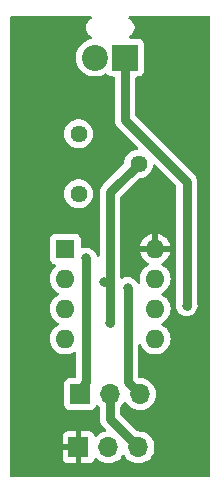
<source format=gbr>
%TF.GenerationSoftware,KiCad,Pcbnew,8.0.0*%
%TF.CreationDate,2025-07-08T12:20:57+05:30*%
%TF.ProjectId,Sensortech_flex,53656e73-6f72-4746-9563-685f666c6578,rev?*%
%TF.SameCoordinates,Original*%
%TF.FileFunction,Copper,L2,Bot*%
%TF.FilePolarity,Positive*%
%FSLAX46Y46*%
G04 Gerber Fmt 4.6, Leading zero omitted, Abs format (unit mm)*
G04 Created by KiCad (PCBNEW 8.0.0) date 2025-07-08 12:20:57*
%MOMM*%
%LPD*%
G01*
G04 APERTURE LIST*
%TA.AperFunction,ComponentPad*%
%ADD10R,2.200000X2.200000*%
%TD*%
%TA.AperFunction,ComponentPad*%
%ADD11C,2.200000*%
%TD*%
%TA.AperFunction,ComponentPad*%
%ADD12R,1.700000X1.700000*%
%TD*%
%TA.AperFunction,ComponentPad*%
%ADD13O,1.700000X1.700000*%
%TD*%
%TA.AperFunction,ComponentPad*%
%ADD14C,1.440000*%
%TD*%
%TA.AperFunction,ComponentPad*%
%ADD15R,1.600000X1.600000*%
%TD*%
%TA.AperFunction,ComponentPad*%
%ADD16O,1.600000X1.600000*%
%TD*%
%TA.AperFunction,ViaPad*%
%ADD17C,0.800000*%
%TD*%
%TA.AperFunction,Conductor*%
%ADD18C,0.750000*%
%TD*%
G04 APERTURE END LIST*
D10*
%TO.P,J1,1,Pin_1*%
%TO.N,A*%
X90770000Y-45000000D03*
D11*
%TO.P,J1,2,Pin_2*%
%TO.N,gnd*%
X88230000Y-45000000D03*
%TD*%
D12*
%TO.P,J2,1,Pin_1*%
%TO.N,Vcc*%
X86825000Y-78000000D03*
D13*
%TO.P,J2,2,Pin_2*%
%TO.N,gnd*%
X89365000Y-78000000D03*
%TO.P,J2,3,Pin_3*%
%TO.N,Do*%
X91905000Y-78000000D03*
%TD*%
D12*
%TO.P,J3,1,Pin_1*%
%TO.N,H*%
X86960000Y-73500000D03*
D13*
%TO.P,J3,2,Pin_2*%
%TO.N,Do*%
X89500000Y-73500000D03*
%TO.P,J3,3,Pin_3*%
%TO.N,L*%
X92040000Y-73500000D03*
%TD*%
D14*
%TO.P,RV1,1,1*%
%TO.N,Net-(R3-Pad1)*%
X86845000Y-56540000D03*
%TO.P,RV1,2,2*%
%TO.N,B*%
X91925000Y-54000000D03*
%TO.P,RV1,3,3*%
%TO.N,Net-(R2-Pad2)*%
X86845000Y-51460000D03*
%TD*%
D15*
%TO.P,U1,1*%
%TO.N,H*%
X85700000Y-61200000D03*
D16*
%TO.P,U1,2,-*%
%TO.N,B*%
X85700000Y-63740000D03*
%TO.P,U1,3,+*%
%TO.N,A*%
X85700000Y-66280000D03*
%TO.P,U1,4,V-*%
%TO.N,gnd*%
X85700000Y-68820000D03*
%TO.P,U1,5,+*%
%TO.N,B*%
X93320000Y-68820000D03*
%TO.P,U1,6,-*%
%TO.N,A*%
X93320000Y-66280000D03*
%TO.P,U1,7*%
%TO.N,L*%
X93320000Y-63740000D03*
%TO.P,U1,8,V+*%
%TO.N,Vcc*%
X93320000Y-61200000D03*
%TD*%
D17*
%TO.N,A*%
X96000000Y-66000000D03*
%TO.N,L*%
X91000000Y-64500000D03*
%TO.N,H*%
X87500000Y-62000000D03*
%TO.N,B*%
X89500000Y-67500000D03*
X89000000Y-64000000D03*
%TD*%
D18*
%TO.N,A*%
X90770000Y-44500000D02*
X90770000Y-50270000D01*
X90770000Y-50270000D02*
X96000000Y-55500000D01*
X96000000Y-55500000D02*
X96000000Y-66000000D01*
%TO.N,Do*%
X89500000Y-75595000D02*
X91905000Y-78000000D01*
X89500000Y-73500000D02*
X89500000Y-75595000D01*
%TO.N,L*%
X92040000Y-73500000D02*
X91000000Y-72460000D01*
X91000000Y-72460000D02*
X91000000Y-64500000D01*
%TO.N,H*%
X87500000Y-72500000D02*
X87500000Y-62000000D01*
X86960000Y-73500000D02*
X86960000Y-73040000D01*
X86960000Y-73040000D02*
X87500000Y-72500000D01*
%TO.N,B*%
X91925000Y-54000000D02*
X89500000Y-56425000D01*
X89500000Y-56425000D02*
X89500000Y-64000000D01*
X89500000Y-64000000D02*
X89000000Y-64000000D01*
X89500000Y-64000000D02*
X89500000Y-67500000D01*
%TD*%
%TA.AperFunction,Conductor*%
%TO.N,Vcc*%
G36*
X87898279Y-41520185D02*
G01*
X87944034Y-41572989D01*
X87953978Y-41642147D01*
X87924953Y-41705703D01*
X87878692Y-41739061D01*
X87850827Y-41750602D01*
X87850814Y-41750609D01*
X87719711Y-41838210D01*
X87719707Y-41838213D01*
X87608213Y-41949707D01*
X87608210Y-41949711D01*
X87520609Y-42080814D01*
X87520602Y-42080827D01*
X87460264Y-42226498D01*
X87460261Y-42226510D01*
X87429500Y-42381153D01*
X87429500Y-42538846D01*
X87460261Y-42693489D01*
X87460264Y-42693501D01*
X87520602Y-42839172D01*
X87520609Y-42839185D01*
X87608210Y-42970288D01*
X87608213Y-42970292D01*
X87719707Y-43081786D01*
X87719711Y-43081789D01*
X87850814Y-43169390D01*
X87850827Y-43169397D01*
X87917750Y-43197117D01*
X87972154Y-43240957D01*
X87994219Y-43307251D01*
X87976940Y-43374951D01*
X87925803Y-43422562D01*
X87890709Y-43433987D01*
X87835750Y-43443158D01*
X87584887Y-43529280D01*
X87584876Y-43529285D01*
X87351611Y-43655521D01*
X87351606Y-43655524D01*
X87142298Y-43818436D01*
X86962652Y-44013584D01*
X86817576Y-44235639D01*
X86711031Y-44478539D01*
X86645918Y-44735667D01*
X86624015Y-44999994D01*
X86624015Y-45000005D01*
X86645918Y-45264332D01*
X86645918Y-45264335D01*
X86645919Y-45264336D01*
X86711032Y-45521462D01*
X86817578Y-45764364D01*
X86962652Y-45986416D01*
X87142296Y-46181562D01*
X87158405Y-46194100D01*
X87341371Y-46336509D01*
X87351609Y-46344477D01*
X87584883Y-46470718D01*
X87835754Y-46556842D01*
X88097379Y-46600500D01*
X88097380Y-46600500D01*
X88362620Y-46600500D01*
X88362621Y-46600500D01*
X88624246Y-46556842D01*
X88875117Y-46470718D01*
X89099349Y-46349369D01*
X89167677Y-46334775D01*
X89233049Y-46359438D01*
X89258136Y-46384791D01*
X89312095Y-46457904D01*
X89372793Y-46502701D01*
X89433491Y-46547498D01*
X89460192Y-46556841D01*
X89575892Y-46597327D01*
X89575896Y-46597327D01*
X89575900Y-46597329D01*
X89592808Y-46598914D01*
X89609712Y-46600500D01*
X89609716Y-46600500D01*
X89770500Y-46600500D01*
X89837539Y-46620185D01*
X89883294Y-46672989D01*
X89894500Y-46724500D01*
X89894500Y-50356233D01*
X89928143Y-50525366D01*
X89928146Y-50525378D01*
X89994138Y-50684698D01*
X89994145Y-50684711D01*
X90089954Y-50828098D01*
X90089957Y-50828102D01*
X91838875Y-52577019D01*
X91872360Y-52638342D01*
X91867376Y-52708034D01*
X91825504Y-52763967D01*
X91773979Y-52786589D01*
X91701311Y-52800172D01*
X91589563Y-52821062D01*
X91589560Y-52821062D01*
X91589560Y-52821063D01*
X91378648Y-52902770D01*
X91378642Y-52902773D01*
X91186334Y-53021845D01*
X91186332Y-53021847D01*
X91019176Y-53174229D01*
X90882864Y-53354736D01*
X90782046Y-53557205D01*
X90782041Y-53557218D01*
X90720141Y-53774772D01*
X90704669Y-53941736D01*
X90678883Y-54006673D01*
X90668879Y-54017975D01*
X89367356Y-55319500D01*
X88941901Y-55744955D01*
X88880927Y-55805929D01*
X88819953Y-55866902D01*
X88724145Y-56010288D01*
X88724138Y-56010301D01*
X88658146Y-56169621D01*
X88658143Y-56169633D01*
X88624500Y-56338766D01*
X88624500Y-61757342D01*
X88604815Y-61824381D01*
X88552011Y-61870136D01*
X88482853Y-61880080D01*
X88419297Y-61851055D01*
X88383458Y-61798296D01*
X88316456Y-61606815D01*
X88295046Y-61572741D01*
X88208494Y-61434995D01*
X88065005Y-61291506D01*
X88003184Y-61252661D01*
X87893184Y-61183543D01*
X87701645Y-61116521D01*
X87701639Y-61116520D01*
X87500004Y-61093802D01*
X87499996Y-61093802D01*
X87298360Y-61116520D01*
X87298354Y-61116521D01*
X87165454Y-61163025D01*
X87095675Y-61166586D01*
X87035048Y-61131857D01*
X87002821Y-61069863D01*
X87000500Y-61045983D01*
X87000500Y-60339711D01*
X86997329Y-60305904D01*
X86997329Y-60305900D01*
X86997327Y-60305896D01*
X86997327Y-60305892D01*
X86947498Y-60163492D01*
X86947498Y-60163491D01*
X86902701Y-60102793D01*
X86857904Y-60042095D01*
X86775660Y-59981397D01*
X86736509Y-59952502D01*
X86736507Y-59952501D01*
X86594107Y-59902672D01*
X86594095Y-59902670D01*
X86560288Y-59899500D01*
X86560284Y-59899500D01*
X84839716Y-59899500D01*
X84839712Y-59899500D01*
X84805904Y-59902670D01*
X84805892Y-59902672D01*
X84663492Y-59952501D01*
X84542095Y-60042095D01*
X84452501Y-60163492D01*
X84402672Y-60305892D01*
X84402670Y-60305904D01*
X84399500Y-60339711D01*
X84399500Y-62060288D01*
X84402670Y-62094095D01*
X84402672Y-62094107D01*
X84440319Y-62201693D01*
X84452502Y-62236509D01*
X84459149Y-62245515D01*
X84542095Y-62357904D01*
X84602793Y-62402701D01*
X84663491Y-62447498D01*
X84706849Y-62462669D01*
X84805892Y-62497327D01*
X84805896Y-62497328D01*
X84805897Y-62497328D01*
X84805900Y-62497329D01*
X84823072Y-62498939D01*
X84887978Y-62524794D01*
X84928605Y-62581638D01*
X84932050Y-62651423D01*
X84897220Y-62711992D01*
X84895034Y-62714034D01*
X84734801Y-62860106D01*
X84589556Y-63052441D01*
X84482129Y-63268182D01*
X84482124Y-63268195D01*
X84416166Y-63500010D01*
X84393929Y-63739999D01*
X84393929Y-63740000D01*
X84416166Y-63979989D01*
X84482124Y-64211804D01*
X84482129Y-64211817D01*
X84589556Y-64427558D01*
X84734803Y-64619896D01*
X84872601Y-64745515D01*
X84912916Y-64782267D01*
X85110447Y-64904573D01*
X85157082Y-64956601D01*
X85168186Y-65025583D01*
X85140233Y-65089617D01*
X85110447Y-65115427D01*
X84912914Y-65237734D01*
X84734803Y-65400103D01*
X84589556Y-65592441D01*
X84482129Y-65808182D01*
X84482124Y-65808195D01*
X84416166Y-66040010D01*
X84393929Y-66279999D01*
X84393929Y-66280000D01*
X84416166Y-66519989D01*
X84482124Y-66751804D01*
X84482129Y-66751817D01*
X84589556Y-66967558D01*
X84734803Y-67159896D01*
X84861672Y-67275552D01*
X84912916Y-67322267D01*
X85110447Y-67444573D01*
X85157082Y-67496601D01*
X85168186Y-67565583D01*
X85140233Y-67629617D01*
X85110447Y-67655427D01*
X84912914Y-67777734D01*
X84734803Y-67940103D01*
X84589556Y-68132441D01*
X84482129Y-68348182D01*
X84482124Y-68348195D01*
X84416166Y-68580010D01*
X84393929Y-68819999D01*
X84393929Y-68820000D01*
X84416166Y-69059989D01*
X84482124Y-69291804D01*
X84482129Y-69291817D01*
X84589556Y-69507558D01*
X84734803Y-69699896D01*
X84888029Y-69839580D01*
X84912916Y-69862267D01*
X85117834Y-69989147D01*
X85342577Y-70076213D01*
X85579491Y-70120500D01*
X85579493Y-70120500D01*
X85820507Y-70120500D01*
X85820509Y-70120500D01*
X86057423Y-70076213D01*
X86282166Y-69989147D01*
X86435223Y-69894377D01*
X86502583Y-69875822D01*
X86569282Y-69896630D01*
X86614144Y-69950196D01*
X86624500Y-69999805D01*
X86624500Y-72025500D01*
X86604815Y-72092539D01*
X86552011Y-72138294D01*
X86500500Y-72149500D01*
X86049712Y-72149500D01*
X86015904Y-72152670D01*
X86015892Y-72152672D01*
X85873492Y-72202501D01*
X85752095Y-72292095D01*
X85662501Y-72413492D01*
X85612672Y-72555892D01*
X85612670Y-72555904D01*
X85609500Y-72589711D01*
X85609500Y-74410288D01*
X85612670Y-74444095D01*
X85612672Y-74444107D01*
X85662501Y-74586507D01*
X85752095Y-74707904D01*
X85812793Y-74752701D01*
X85873491Y-74797498D01*
X85916849Y-74812669D01*
X86015892Y-74847327D01*
X86015896Y-74847327D01*
X86015900Y-74847329D01*
X86032808Y-74848914D01*
X86049712Y-74850500D01*
X86049716Y-74850500D01*
X87870288Y-74850500D01*
X87885313Y-74849090D01*
X87904100Y-74847329D01*
X87904104Y-74847327D01*
X87904107Y-74847327D01*
X87959791Y-74827841D01*
X88046509Y-74797498D01*
X88167904Y-74707904D01*
X88257498Y-74586509D01*
X88300960Y-74462300D01*
X88341680Y-74405528D01*
X88406632Y-74379780D01*
X88475194Y-74393236D01*
X88505681Y-74415577D01*
X88588181Y-74498077D01*
X88621666Y-74559400D01*
X88624500Y-74585758D01*
X88624500Y-75681233D01*
X88658143Y-75850366D01*
X88658146Y-75850378D01*
X88724138Y-76009698D01*
X88724145Y-76009711D01*
X88819954Y-76153098D01*
X88819957Y-76153102D01*
X89137194Y-76470338D01*
X89170679Y-76531661D01*
X89165695Y-76601352D01*
X89123824Y-76657286D01*
X89081606Y-76677794D01*
X88901344Y-76726094D01*
X88901335Y-76726098D01*
X88687171Y-76825964D01*
X88687169Y-76825965D01*
X88493600Y-76961503D01*
X88370289Y-77084814D01*
X88308966Y-77118298D01*
X88239274Y-77113314D01*
X88183341Y-77071442D01*
X88165567Y-77038087D01*
X88122051Y-76913728D01*
X88032546Y-76792453D01*
X87911272Y-76702949D01*
X87769010Y-76653168D01*
X87769001Y-76653166D01*
X87735236Y-76650000D01*
X87075000Y-76650000D01*
X87075000Y-77566988D01*
X87017993Y-77534075D01*
X86890826Y-77500000D01*
X86759174Y-77500000D01*
X86632007Y-77534075D01*
X86575000Y-77566988D01*
X86575000Y-76650000D01*
X85914764Y-76650000D01*
X85880998Y-76653166D01*
X85880989Y-76653168D01*
X85738727Y-76702949D01*
X85617453Y-76792453D01*
X85527949Y-76913727D01*
X85478168Y-77055989D01*
X85478166Y-77055998D01*
X85475000Y-77089763D01*
X85475000Y-77750000D01*
X86391988Y-77750000D01*
X86359075Y-77807007D01*
X86325000Y-77934174D01*
X86325000Y-78065826D01*
X86359075Y-78192993D01*
X86391988Y-78250000D01*
X85475000Y-78250000D01*
X85475000Y-78910236D01*
X85478166Y-78944001D01*
X85478168Y-78944010D01*
X85527949Y-79086272D01*
X85617453Y-79207546D01*
X85738727Y-79297050D01*
X85880989Y-79346831D01*
X85880998Y-79346833D01*
X85914764Y-79350000D01*
X86575000Y-79350000D01*
X86575000Y-78433012D01*
X86632007Y-78465925D01*
X86759174Y-78500000D01*
X86890826Y-78500000D01*
X87017993Y-78465925D01*
X87075000Y-78433012D01*
X87075000Y-79350000D01*
X87735236Y-79350000D01*
X87769001Y-79346833D01*
X87769010Y-79346831D01*
X87911272Y-79297050D01*
X88032546Y-79207546D01*
X88122051Y-79086271D01*
X88165568Y-78961912D01*
X88206290Y-78905136D01*
X88271243Y-78879389D01*
X88339804Y-78892846D01*
X88370290Y-78915186D01*
X88493599Y-79038495D01*
X88561830Y-79086271D01*
X88687165Y-79174032D01*
X88687167Y-79174033D01*
X88687170Y-79174035D01*
X88901337Y-79273903D01*
X89129592Y-79335063D01*
X89300319Y-79350000D01*
X89364999Y-79355659D01*
X89365000Y-79355659D01*
X89365001Y-79355659D01*
X89429681Y-79350000D01*
X89600408Y-79335063D01*
X89828663Y-79273903D01*
X90042830Y-79174035D01*
X90236401Y-79038495D01*
X90403495Y-78871401D01*
X90533425Y-78685842D01*
X90588002Y-78642217D01*
X90657500Y-78635023D01*
X90719855Y-78666546D01*
X90736575Y-78685842D01*
X90866500Y-78871395D01*
X90866505Y-78871401D01*
X91033599Y-79038495D01*
X91101830Y-79086271D01*
X91227165Y-79174032D01*
X91227167Y-79174033D01*
X91227170Y-79174035D01*
X91441337Y-79273903D01*
X91669592Y-79335063D01*
X91840319Y-79350000D01*
X91904999Y-79355659D01*
X91905000Y-79355659D01*
X91905001Y-79355659D01*
X91969681Y-79350000D01*
X92140408Y-79335063D01*
X92368663Y-79273903D01*
X92582830Y-79174035D01*
X92776401Y-79038495D01*
X92943495Y-78871401D01*
X93079035Y-78677830D01*
X93178903Y-78463663D01*
X93240063Y-78235408D01*
X93260659Y-78000000D01*
X93240063Y-77764592D01*
X93178903Y-77536337D01*
X93079035Y-77322171D01*
X92943495Y-77128599D01*
X92943494Y-77128597D01*
X92776402Y-76961506D01*
X92776395Y-76961501D01*
X92582834Y-76825967D01*
X92582830Y-76825965D01*
X92510963Y-76792453D01*
X92368663Y-76726097D01*
X92368659Y-76726096D01*
X92368655Y-76726094D01*
X92140413Y-76664938D01*
X92140403Y-76664936D01*
X91905001Y-76644341D01*
X91904996Y-76644341D01*
X91854539Y-76648755D01*
X91786039Y-76634988D01*
X91756052Y-76612908D01*
X90411819Y-75268675D01*
X90378334Y-75207352D01*
X90375500Y-75180994D01*
X90375500Y-74585758D01*
X90395185Y-74518719D01*
X90411819Y-74498077D01*
X90465801Y-74444095D01*
X90538495Y-74371401D01*
X90668425Y-74185842D01*
X90723002Y-74142217D01*
X90792500Y-74135023D01*
X90854855Y-74166546D01*
X90871575Y-74185842D01*
X91001500Y-74371395D01*
X91001505Y-74371401D01*
X91168599Y-74538495D01*
X91237167Y-74586507D01*
X91362165Y-74674032D01*
X91362167Y-74674033D01*
X91362170Y-74674035D01*
X91576337Y-74773903D01*
X91804592Y-74835063D01*
X91981034Y-74850500D01*
X92039999Y-74855659D01*
X92040000Y-74855659D01*
X92040001Y-74855659D01*
X92098966Y-74850500D01*
X92275408Y-74835063D01*
X92503663Y-74773903D01*
X92717830Y-74674035D01*
X92911401Y-74538495D01*
X93078495Y-74371401D01*
X93214035Y-74177830D01*
X93313903Y-73963663D01*
X93375063Y-73735408D01*
X93395659Y-73500000D01*
X93375063Y-73264592D01*
X93313903Y-73036337D01*
X93214035Y-72822171D01*
X93167264Y-72755374D01*
X93078494Y-72628597D01*
X92911402Y-72461506D01*
X92911395Y-72461501D01*
X92717834Y-72325967D01*
X92717830Y-72325965D01*
X92645198Y-72292096D01*
X92503663Y-72226097D01*
X92503659Y-72226096D01*
X92503655Y-72226094D01*
X92275413Y-72164938D01*
X92275403Y-72164936D01*
X92040001Y-72144341D01*
X92039995Y-72144341D01*
X92010305Y-72146938D01*
X91941805Y-72133170D01*
X91891623Y-72084554D01*
X91875500Y-72023410D01*
X91875500Y-69363899D01*
X91895185Y-69296860D01*
X91947989Y-69251105D01*
X92017147Y-69241161D01*
X92080703Y-69270186D01*
X92110500Y-69308627D01*
X92209556Y-69507558D01*
X92354803Y-69699896D01*
X92508029Y-69839580D01*
X92532916Y-69862267D01*
X92737834Y-69989147D01*
X92962577Y-70076213D01*
X93199491Y-70120500D01*
X93199493Y-70120500D01*
X93440507Y-70120500D01*
X93440509Y-70120500D01*
X93677423Y-70076213D01*
X93902166Y-69989147D01*
X94107084Y-69862267D01*
X94285198Y-69699894D01*
X94430444Y-69507558D01*
X94537875Y-69291807D01*
X94603833Y-69059990D01*
X94626071Y-68820000D01*
X94603833Y-68580010D01*
X94537875Y-68348193D01*
X94529499Y-68331372D01*
X94438688Y-68148999D01*
X94430444Y-68132442D01*
X94285198Y-67940106D01*
X94285196Y-67940103D01*
X94107084Y-67777733D01*
X94107082Y-67777731D01*
X93909553Y-67655427D01*
X93862917Y-67603399D01*
X93851813Y-67534418D01*
X93879766Y-67470383D01*
X93909553Y-67444573D01*
X94012521Y-67380818D01*
X94107084Y-67322267D01*
X94285198Y-67159894D01*
X94430444Y-66967558D01*
X94537875Y-66751807D01*
X94603833Y-66519990D01*
X94626071Y-66280000D01*
X94618810Y-66201645D01*
X94603833Y-66040010D01*
X94546385Y-65838104D01*
X94537875Y-65808193D01*
X94532975Y-65798353D01*
X94485512Y-65703034D01*
X94430444Y-65592442D01*
X94285198Y-65400106D01*
X94285196Y-65400103D01*
X94107084Y-65237733D01*
X94107082Y-65237731D01*
X93909553Y-65115427D01*
X93862917Y-65063399D01*
X93851813Y-64994418D01*
X93879766Y-64930383D01*
X93909553Y-64904573D01*
X94107084Y-64782267D01*
X94285198Y-64619894D01*
X94430444Y-64427558D01*
X94537875Y-64211807D01*
X94603833Y-63979990D01*
X94626071Y-63740000D01*
X94603833Y-63500010D01*
X94537875Y-63268193D01*
X94518120Y-63228520D01*
X94456066Y-63103899D01*
X94430444Y-63052442D01*
X94285198Y-62860106D01*
X94285196Y-62860103D01*
X94107085Y-62697734D01*
X94107084Y-62697733D01*
X93909077Y-62575132D01*
X93862442Y-62523104D01*
X93851338Y-62454122D01*
X93879291Y-62390088D01*
X93909078Y-62364278D01*
X94106779Y-62241868D01*
X94106781Y-62241866D01*
X94284825Y-62079558D01*
X94430016Y-61887294D01*
X94537406Y-61671627D01*
X94537409Y-61671621D01*
X94600465Y-61450000D01*
X93635686Y-61450000D01*
X93640080Y-61445606D01*
X93692741Y-61354394D01*
X93720000Y-61252661D01*
X93720000Y-61147339D01*
X93692741Y-61045606D01*
X93640080Y-60954394D01*
X93635686Y-60950000D01*
X94600465Y-60950000D01*
X94600465Y-60949999D01*
X94537409Y-60728378D01*
X94537406Y-60728372D01*
X94430016Y-60512705D01*
X94284825Y-60320441D01*
X94106781Y-60158133D01*
X94106779Y-60158131D01*
X93901945Y-60031304D01*
X93901939Y-60031301D01*
X93677285Y-59944270D01*
X93677275Y-59944267D01*
X93570001Y-59924213D01*
X93570000Y-59924214D01*
X93570000Y-60884314D01*
X93565606Y-60879920D01*
X93474394Y-60827259D01*
X93372661Y-60800000D01*
X93267339Y-60800000D01*
X93165606Y-60827259D01*
X93074394Y-60879920D01*
X93070000Y-60884314D01*
X93070000Y-59924214D01*
X93069998Y-59924213D01*
X92962724Y-59944267D01*
X92962714Y-59944270D01*
X92738060Y-60031301D01*
X92738054Y-60031304D01*
X92533220Y-60158131D01*
X92533218Y-60158133D01*
X92355174Y-60320441D01*
X92209983Y-60512705D01*
X92102593Y-60728372D01*
X92102590Y-60728378D01*
X92039534Y-60949999D01*
X92039535Y-60950000D01*
X93004314Y-60950000D01*
X92999920Y-60954394D01*
X92947259Y-61045606D01*
X92920000Y-61147339D01*
X92920000Y-61252661D01*
X92947259Y-61354394D01*
X92999920Y-61445606D01*
X93004314Y-61450000D01*
X92039534Y-61450000D01*
X92102590Y-61671621D01*
X92102593Y-61671627D01*
X92209983Y-61887294D01*
X92355174Y-62079558D01*
X92533218Y-62241866D01*
X92533220Y-62241868D01*
X92730921Y-62364278D01*
X92777557Y-62416305D01*
X92788661Y-62485287D01*
X92760708Y-62549322D01*
X92730922Y-62575132D01*
X92532914Y-62697734D01*
X92354803Y-62860103D01*
X92209556Y-63052441D01*
X92102129Y-63268182D01*
X92102124Y-63268195D01*
X92036166Y-63500010D01*
X92013929Y-63739999D01*
X92013929Y-63740000D01*
X92036166Y-63979987D01*
X92047067Y-64018299D01*
X92046479Y-64088166D01*
X92008212Y-64146624D01*
X91944414Y-64175114D01*
X91875342Y-64164589D01*
X91822925Y-64118392D01*
X91816937Y-64107580D01*
X91767007Y-64028117D01*
X91708494Y-63934995D01*
X91565005Y-63791506D01*
X91483034Y-63740000D01*
X91393184Y-63683543D01*
X91201645Y-63616521D01*
X91201639Y-63616520D01*
X91000004Y-63593802D01*
X90999996Y-63593802D01*
X90798360Y-63616520D01*
X90798354Y-63616521D01*
X90606814Y-63683543D01*
X90565472Y-63709521D01*
X90498235Y-63728521D01*
X90431400Y-63708153D01*
X90386186Y-63654885D01*
X90375500Y-63604527D01*
X90375500Y-56839006D01*
X90395185Y-56771967D01*
X90411819Y-56751325D01*
X91906325Y-55256819D01*
X91967648Y-55223334D01*
X91994006Y-55220500D01*
X92038093Y-55220500D01*
X92038096Y-55220500D01*
X92260437Y-55178938D01*
X92471354Y-55097228D01*
X92663667Y-54978153D01*
X92830825Y-54825768D01*
X92967136Y-54645263D01*
X93067958Y-54442784D01*
X93129859Y-54225227D01*
X93135781Y-54161316D01*
X93161567Y-54096380D01*
X93218367Y-54055692D01*
X93288148Y-54052172D01*
X93346933Y-54085077D01*
X95088181Y-55826325D01*
X95121666Y-55887648D01*
X95124500Y-55914006D01*
X95124500Y-65754482D01*
X95117543Y-65795433D01*
X95116521Y-65798353D01*
X95093802Y-65999996D01*
X95093802Y-66000003D01*
X95116520Y-66201639D01*
X95116521Y-66201645D01*
X95183543Y-66393184D01*
X95183544Y-66393185D01*
X95291506Y-66565005D01*
X95434995Y-66708494D01*
X95606815Y-66816456D01*
X95798352Y-66883478D01*
X95798358Y-66883478D01*
X95798360Y-66883479D01*
X95999996Y-66906198D01*
X96000000Y-66906198D01*
X96000004Y-66906198D01*
X96201639Y-66883479D01*
X96201638Y-66883479D01*
X96201648Y-66883478D01*
X96393185Y-66816456D01*
X96565005Y-66708494D01*
X96708494Y-66565005D01*
X96816456Y-66393185D01*
X96883478Y-66201648D01*
X96906198Y-66000000D01*
X96883478Y-65798352D01*
X96882457Y-65795433D01*
X96875500Y-65754482D01*
X96875500Y-55413768D01*
X96875499Y-55413766D01*
X96865016Y-55361063D01*
X96841855Y-55244626D01*
X96814646Y-55178938D01*
X96775861Y-55085301D01*
X96775854Y-55085288D01*
X96680046Y-54941902D01*
X96680045Y-54941901D01*
X96558099Y-54819955D01*
X91681819Y-49943675D01*
X91648334Y-49882352D01*
X91645500Y-49855994D01*
X91645500Y-46724500D01*
X91665185Y-46657461D01*
X91717989Y-46611706D01*
X91769500Y-46600500D01*
X91930288Y-46600500D01*
X91945313Y-46599090D01*
X91964100Y-46597329D01*
X91964104Y-46597327D01*
X91964107Y-46597327D01*
X92019791Y-46577841D01*
X92106509Y-46547498D01*
X92227904Y-46457904D01*
X92317498Y-46336509D01*
X92367329Y-46194100D01*
X92370500Y-46160284D01*
X92370500Y-43839716D01*
X92367329Y-43805900D01*
X92367327Y-43805896D01*
X92367327Y-43805892D01*
X92317498Y-43663492D01*
X92317498Y-43663491D01*
X92272701Y-43602793D01*
X92227904Y-43542095D01*
X92145660Y-43481397D01*
X92106509Y-43452502D01*
X92106507Y-43452501D01*
X91964107Y-43402672D01*
X91964095Y-43402670D01*
X91930288Y-43399500D01*
X91930284Y-43399500D01*
X91213575Y-43399500D01*
X91146536Y-43379815D01*
X91100781Y-43327011D01*
X91090837Y-43257853D01*
X91119862Y-43194297D01*
X91144684Y-43172398D01*
X91204895Y-43132165D01*
X91280289Y-43081789D01*
X91391789Y-42970289D01*
X91479394Y-42839179D01*
X91539737Y-42693497D01*
X91570500Y-42538842D01*
X91570500Y-42381158D01*
X91570500Y-42381155D01*
X91570499Y-42381153D01*
X91539738Y-42226510D01*
X91539737Y-42226503D01*
X91539735Y-42226498D01*
X91479397Y-42080827D01*
X91479390Y-42080814D01*
X91391789Y-41949711D01*
X91391786Y-41949707D01*
X91280292Y-41838213D01*
X91280288Y-41838210D01*
X91149185Y-41750609D01*
X91149172Y-41750602D01*
X91121308Y-41739061D01*
X91066904Y-41695220D01*
X91044839Y-41628926D01*
X91062118Y-41561227D01*
X91113255Y-41513616D01*
X91168760Y-41500500D01*
X97875500Y-41500500D01*
X97942539Y-41520185D01*
X97988294Y-41572989D01*
X97999500Y-41624500D01*
X97999500Y-80375500D01*
X97979815Y-80442539D01*
X97927011Y-80488294D01*
X97875500Y-80499500D01*
X81124500Y-80499500D01*
X81057461Y-80479815D01*
X81011706Y-80427011D01*
X81000500Y-80375500D01*
X81000500Y-56540000D01*
X85619271Y-56540000D01*
X85640140Y-56765226D01*
X85702041Y-56982781D01*
X85702046Y-56982794D01*
X85802864Y-57185263D01*
X85939176Y-57365770D01*
X86106332Y-57518152D01*
X86106334Y-57518154D01*
X86298642Y-57637226D01*
X86298648Y-57637229D01*
X86343329Y-57654538D01*
X86509563Y-57718938D01*
X86731904Y-57760500D01*
X86731907Y-57760500D01*
X86958093Y-57760500D01*
X86958096Y-57760500D01*
X87180437Y-57718938D01*
X87391354Y-57637228D01*
X87583667Y-57518153D01*
X87750825Y-57365768D01*
X87887136Y-57185263D01*
X87987958Y-56982784D01*
X88049859Y-56765227D01*
X88070729Y-56540000D01*
X88049859Y-56314773D01*
X87987958Y-56097216D01*
X87887136Y-55894737D01*
X87750825Y-55714232D01*
X87750823Y-55714229D01*
X87583667Y-55561847D01*
X87583665Y-55561845D01*
X87391357Y-55442773D01*
X87391351Y-55442770D01*
X87225120Y-55378372D01*
X87180437Y-55361062D01*
X86958096Y-55319500D01*
X86731904Y-55319500D01*
X86509563Y-55361062D01*
X86509560Y-55361062D01*
X86509560Y-55361063D01*
X86298648Y-55442770D01*
X86298642Y-55442773D01*
X86106334Y-55561845D01*
X86106332Y-55561847D01*
X85939176Y-55714229D01*
X85802864Y-55894736D01*
X85702046Y-56097205D01*
X85702041Y-56097218D01*
X85640140Y-56314773D01*
X85619271Y-56539999D01*
X85619271Y-56540000D01*
X81000500Y-56540000D01*
X81000500Y-51460000D01*
X85619271Y-51460000D01*
X85640140Y-51685226D01*
X85702041Y-51902781D01*
X85702046Y-51902794D01*
X85802864Y-52105263D01*
X85939176Y-52285770D01*
X86106332Y-52438152D01*
X86106334Y-52438154D01*
X86298642Y-52557226D01*
X86298648Y-52557229D01*
X86343329Y-52574538D01*
X86509563Y-52638938D01*
X86731904Y-52680500D01*
X86731907Y-52680500D01*
X86958093Y-52680500D01*
X86958096Y-52680500D01*
X87180437Y-52638938D01*
X87391354Y-52557228D01*
X87583667Y-52438153D01*
X87750825Y-52285768D01*
X87887136Y-52105263D01*
X87987958Y-51902784D01*
X88049859Y-51685227D01*
X88070729Y-51460000D01*
X88049859Y-51234773D01*
X87987958Y-51017216D01*
X87887136Y-50814737D01*
X87788945Y-50684711D01*
X87750823Y-50634229D01*
X87583667Y-50481847D01*
X87583665Y-50481845D01*
X87391357Y-50362773D01*
X87391351Y-50362770D01*
X87225120Y-50298372D01*
X87180437Y-50281062D01*
X86958096Y-50239500D01*
X86731904Y-50239500D01*
X86509563Y-50281062D01*
X86509560Y-50281062D01*
X86509560Y-50281063D01*
X86298648Y-50362770D01*
X86298642Y-50362773D01*
X86106334Y-50481845D01*
X86106332Y-50481847D01*
X85939176Y-50634229D01*
X85802864Y-50814736D01*
X85702046Y-51017205D01*
X85702041Y-51017218D01*
X85640140Y-51234773D01*
X85619271Y-51459999D01*
X85619271Y-51460000D01*
X81000500Y-51460000D01*
X81000500Y-41624500D01*
X81020185Y-41557461D01*
X81072989Y-41511706D01*
X81124500Y-41500500D01*
X87831240Y-41500500D01*
X87898279Y-41520185D01*
G37*
%TD.AperFunction*%
%TD*%
M02*

</source>
